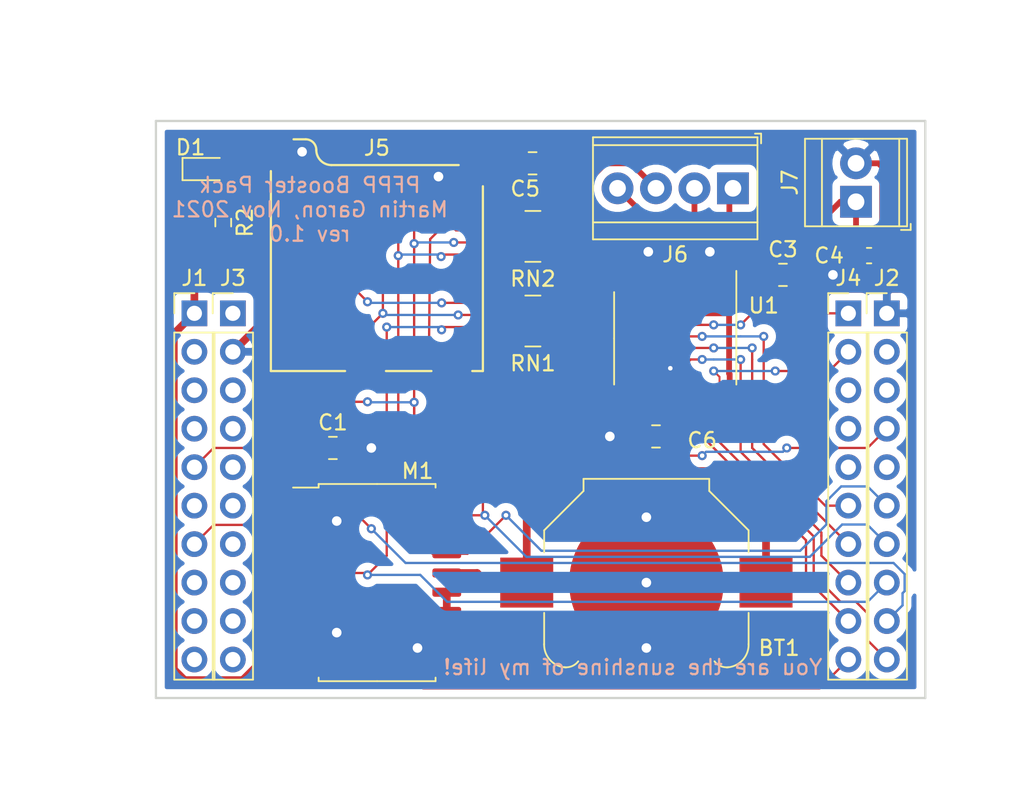
<source format=kicad_pcb>
(kicad_pcb (version 20221018) (generator pcbnew)
  (layers (0 "F.Cu" signal) (31 "B.Cu" signal) (34 "B.Paste" user) (35 "F.Paste" user) (36 "B.SilkS" user "B.Silkscreen") (37 "F.SilkS" user "F.Silkscreen") (38 "B.Mask" user) (39 "F.Mask" user) (44 "Edge.Cuts" user))
  (net 0 "")
  (net 1 "GND")
  (net 2 "Net-(J1-Pad2)")
  (net 3 "Net-(J1-Pad3)")
  (net 4 "Net-(J1-Pad4)")
  (net 5 "Net-(J1-Pad6)")
  (net 6 "Net-(J1-Pad8)")
  (net 7 "Net-(J1-Pad9)")
  (net 8 "Net-(J1-Pad10)")
  (net 9 "Net-(J2-Pad5)")
  (net 10 "Net-(J2-Pad3)")
  (net 11 "Net-(J2-Pad2)")
  (net 12 "Net-(J3-Pad3)")
  (net 13 "Net-(J3-Pad4)")
  (net 14 "Net-(J3-Pad5)")
  (net 15 "Net-(J3-Pad6)")
  (net 16 "Net-(J3-Pad7)")
  (net 17 "Net-(J3-Pad8)")
  (net 18 "Net-(J3-Pad9)")
  (net 19 "Net-(J3-Pad10)")
  (net 20 "Net-(J4-Pad5)")
  (net 21 "Net-(J4-Pad4)")
  (net 22 "Net-(J4-Pad3)")
  (net 23 "/RTCC_VBAT")
  (net 24 "+3V3")
  (net 25 "/VM")
  (net 26 "Net-(D1-Pad2)")
  (net 27 "/SPI_SDC_CSn")
  (net 28 "/SPI_CLK")
  (net 29 "/RTCC_INTn")
  (net 30 "/SPI_RTCC_CSn")
  (net 31 "/RTCC_RST")
  (net 32 "/SPI_MISO")
  (net 33 "/SPI_MOSI")
  (net 34 "/SD_DET")
  (net 35 "Net-(J3-Pad1)")
  (net 36 "/STBYn")
  (net 37 "/BIN2")
  (net 38 "/BIN1")
  (net 39 "/AIN2")
  (net 40 "/AIN1")
  (net 41 "/PWMB")
  (net 42 "/PWMA")
  (net 43 "/SD_DAT2")
  (net 44 "/SD_DAT1")
  (net 45 "/AO1")
  (net 46 "Net-(M1-Pad3)")
  (net 47 "Net-(J5-Pad10)")
  (net 48 "/AO2")
  (net 49 "/BO1")
  (net 50 "/BO2")
  (footprint "Connector_PinHeader_2.54mm:PinHeader_1x10_P2.54mm_Vertical" (layer "F.Cu") (at 231.14 121.92)
    (fp_text reference "J2")
    (fp_text value "TI_BOOSTER_40_J2")
  )
  (footprint "Connector_PinHeader_2.54mm:PinHeader_1x10_P2.54mm_Vertical" (layer "F.Cu") (at 228.6 121.92)
    (fp_text reference "J4")
    (fp_text value "TI_BOOSTER_40_J4")
  )
  (footprint "Connector_PinHeader_2.54mm:PinHeader_1x10_P2.54mm_Vertical" (layer "F.Cu") (at 187.96 121.92)
    (fp_text reference "J3")
    (fp_text value "TI_BOOSTER_40_J3")
  )
  (footprint "Connector_PinHeader_2.54mm:PinHeader_1x10_P2.54mm_Vertical" (layer "F.Cu") (at 185.42 121.92)
    (fp_text reference "J1")
    (fp_text value "TI_BOOSTER_40_J1")
  )
  (footprint "Capacitor_SMD:C_0805_2012Metric_Pad1.18x1.45mm_HandSolder" (layer "F.Cu") (at 224.282 119.38)
    (fp_text reference "C3")
    (fp_text value "22uF/20V")
  )
  (footprint "Capacitor_SMD:C_0603_1608Metric_Pad1.08x0.95mm_HandSolder" (layer "F.Cu") (at 229.9705 118.11)
    (fp_text reference "C4")
    (fp_text value "0.1uF")
  )
  (footprint "Capacitor_SMD:C_0805_2012Metric_Pad1.18x1.45mm_HandSolder" (layer "F.Cu") (at 207.7505 112.014 180)
    (fp_text reference "C5")
    (fp_text value "22uF/10V")
  )
  (footprint "Capacitor_SMD:C_0805_2012Metric_Pad1.18x1.45mm_HandSolder" (layer "F.Cu") (at 215.9 130.048 180)
    (fp_text reference "C6")
    (fp_text value "22uF/10V")
  )
  (footprint "LED_SMD:LED_0603_1608Metric_Pad1.05x0.95mm_HandSolder" (layer "F.Cu") (at 186.295 112.395)
    (fp_text reference "D1")
    (fp_text value "PWR")
  )
  (footprint "SparkFun-Footprints:SF-MICRO-SD-PFPP" (layer "F.Cu") (at 204.47 125.73)
    (fp_text reference "J5")
    (fp_text value "Micro_SD_Card_Det")
  )
  (footprint "TerminalBlock_TE-Connectivity:TerminalBlock_TE_282834-2_1x02_P2.54mm_Horizontal" (layer "F.Cu") (at 229.108 114.554 90)
    (fp_text reference "J7")
    (fp_text value "Screw_Terminal_01x02")
  )
  (footprint "Package_SO:SOP-20_7.5x12.8mm_P1.27mm" (layer "F.Cu") (at 197.485 139.7)
    (fp_text reference "M1")
    (fp_text value "DS3234")
  )
  (footprint "Resistor_SMD:R_0603_1608Metric_Pad0.98x0.95mm_HandSolder" (layer "F.Cu") (at 187.325 115.9275 -90)
    (fp_text reference "R2")
    (fp_text value "470")
  )
  (footprint "Resistor_SMD:R_Array_Convex_4x0603" (layer "F.Cu") (at 207.772 116.84 180)
    (fp_text reference "RN2")
    (fp_text value "47K")
  )
  (footprint "Battery:BatteryHolder_Keystone_3000_1x12mm" (layer "F.Cu") (at 215.265 139.7)
    (fp_text reference "BT1")
    (fp_text value " 3.3V CR1225")
  )
  (footprint "Resistor_SMD:R_Array_Convex_4x0603" (layer "F.Cu") (at 207.772 122.428 180)
    (fp_text reference "RN1")
    (fp_text value "47K")
  )
  (footprint "TerminalBlock_TE-Connectivity:TerminalBlock_TE_282834-4_1x04_P2.54mm_Horizontal" (layer "F.Cu") (at 220.98 113.665 180)
    (fp_text reference "J6")
    (fp_text value "Screw_Terminal_01x04")
  )
  (footprint "Capacitor_SMD:C_0805_2012Metric_Pad1.18x1.45mm_HandSolder" (layer "F.Cu") (at 194.564 130.81)
    (fp_text reference "C1")
    (fp_text value "22uF/10V")
  )
  (footprint "Package_SO:TSSOP-24_6.1x7.8mm_P0.65mm" (layer "F.Cu") (at 217.17 123.571 -90)
    (fp_text reference "U1")
    (fp_text value "TB6612FNG")
  )
  (gr_line (start 182.88 147.32) (end 182.88 109.22) (stroke (width 0.14986)) (layer "Edge.Cuts"))
  (gr_line (start 233.68 147.32) (end 182.88 147.32) (stroke (width 0.15)) (layer "Edge.Cuts"))
  (gr_line (start 182.88 109.22) (end 233.68 109.22) (stroke (width 0.15)) (layer "Edge.Cuts"))
  (gr_line (start 233.68 109.22) (end 233.68 147.32) (stroke (width 0.14986)) (layer "Edge.Cuts"))
  (gr_text "You are the sunshine of my life!" (at 214.376 145.288) (layer "B.SilkS") (effects (font (size 1 1)) (justify mirror)))
  (gr_text "PFPP Booster Pack\nMartin Garon, Nov 2021\nrev 1.0" (at 193.04 115.062) (layer "B.SilkS") (effects (font (size 1 1)) (justify mirror)))
  (segment (start 201.03 113.4) (end 201.03 113.4) (width 0.508) (layer "F.Cu") (net 1))
  (segment (start 219.445 118.248) (end 219.445 118.248) (width 0.381) (layer "F.Cu") (net 1))
  (segment (start 216.845 125.547) (end 216.845 125.547) (width 0.381) (layer "F.Cu") (net 1))
  (segment (start 190.87 111.18) (end 192.46 111.18) (width 0.508) (layer "F.Cu") (net 1))
  (segment (start 192.885 142.875) (end 194.690992 142.875) (width 0.381) (layer "F.Cu") (net 1))
  (segment (start 225.3195 119.38) (end 229.563 119.38) (width 0.381) (layer "F.Cu") (net 1))
  (segment (start 192.885 145.415) (end 192.885 144.145) (width 0.508) (layer "F.Cu") (net 1))
  (segment (start 202.085 141.605) (end 202.085 140.335) (width 0.508) (layer "F.Cu") (net 1))
  (segment (start 230.592924 112.014) (end 230.833 112.254076) (width 0.381) (layer "F.Cu") (net 1))
  (segment (start 204.02 112.18) (end 206.547 112.18) (width 0.508) (layer "F.Cu") (net 1))
  (segment (start 202.085 145.415) (end 202.085 144.145) (width 0.508) (layer "F.Cu") (net 1))
  (segment (start 189.992 122.428) (end 189.992 119.507) (width 0.508) (layer "F.Cu") (net 1))
  (segment (start 195.753001 130.961501) (end 195.6015 130.81) (width 0.508) (layer "F.Cu") (net 1))
  (segment (start 202.085 144.145) (end 202.085 142.875) (width 0.508) (layer "F.Cu") (net 1))
  (segment (start 214.8625 130.048) (end 212.852 130.048) (width 0.381) (layer "F.Cu") (net 1))
  (segment (start 216.845 127.171) (end 216.845 125.547) (width 0.381) (layer "F.Cu") (net 1))
  (segment (start 219.445 119.971) (end 218.795 119.971) (width 0.381) (layer "F.Cu") (net 1))
  (segment (start 215.545 118.009004) (end 215.391996 117.856) (width 0.381) (layer "F.Cu") (net 1))
  (segment (start 231.14 121.819) (end 231.14 121.92) (width 0.508) (layer "F.Cu") (net 1))
  (segment (start 192.885 142.875) (end 192.885 141.605) (width 0.508) (layer "F.Cu") (net 1))
  (segment (start 202.25 112.18) (end 201.538 112.892) (width 0.508) (layer "F.Cu") (net 1))
  (segment (start 230.833 112.254076) (end 230.833 118.11) (width 0.381) (layer "F.Cu") (net 1))
  (segment (start 187.96 124.46) (end 189.992 122.428) (width 0.508) (layer "F.Cu") (net 1))
  (segment (start 189.992 119.507) (end 187.325 116.84) (width 0.508) (layer "F.Cu") (net 1))
  (segment (start 219.445 119.971) (end 219.445 118.248) (width 0.381) (layer "F.Cu") (net 1))
  (segment (start 215.545 119.971) (end 215.545 118.009004) (width 0.381) (layer "F.Cu") (net 1))
  (segment (start 204.02 112.18) (end 202.25 112.18) (width 0.508) (layer "F.Cu") (net 1))
  (segment (start 229.108 112.014) (end 230.592924 112.014) (width 0.381) (layer "F.Cu") (net 1))
  (segment (start 206.547 112.18) (end 206.713 112.014) (width 0.508) (layer "F.Cu") (net 1))
  (segment (start 192.885 135.255) (end 194.437 135.255) (width 0.381) (layer "F.Cu") (net 1))
  (segment (start 201.03 113.4) (end 201.538 112.892) (width 0.508) (layer "F.Cu") (net 1))
  (segment (start 200.278998 144.145) (end 200.152 144.018002) (width 0.381) (layer "F.Cu") (net 1))
  (segment (start 194.690992 142.875) (end 194.818 143.002008) (width 0.381) (layer "F.Cu") (net 1))
  (segment (start 229.563 119.38) (end 230.833 118.11) (width 0.381) (layer "F.Cu") (net 1))
  (segment (start 214.895 119.8585) (end 215.545 119.8585) (width 0.381) (layer "F.Cu") (net 1))
  (segment (start 231.14 118.417) (end 230.833 118.11) (width 0.381) (layer "F.Cu") (net 1))
  (segment (start 201.03 114.83) (end 201.03 113.4) (width 0.508) (layer "F.Cu") (net 1))
  (segment (start 231.14 121.92) (end 231.14 118.417) (width 0.381) (layer "F.Cu") (net 1))
  (segment (start 202.085 142.875) (end 202.085 141.605) (width 0.508) (layer "F.Cu") (net 1))
  (segment (start 192.885 144.145) (end 192.885 142.875) (width 0.508) (layer "F.Cu") (net 1))
  (segment (start 202.085 144.145) (end 200.278998 144.145) (width 0.381) (layer "F.Cu") (net 1))
  (segment (start 194.437 135.255) (end 194.818 135.636) (width 0.381) (layer "F.Cu") (net 1))
  (segment (start 195.6015 130.81) (end 197.104 130.81) (width 0.381) (layer "F.Cu") (net 1))
  (via (at 197.104 130.81) (size 0.889) (drill 0.635) (layers "F.Cu" "B.Cu") (net 1))
  (via (at 219.456 117.856) (size 0.889) (drill 0.635) (layers "F.Cu" "B.Cu") (net 1))
  (via (at 215.265 144.018) (size 0.889) (drill 0.635) (layers "F.Cu" "B.Cu") (net 1))
  (via (at 215.265 135.382) (size 0.889) (drill 0.635) (layers "F.Cu" "B.Cu") (net 1))
  (via (at 227.584 119.38) (size 0.889) (drill 0.635) (layers "F.Cu" "B.Cu") (net 1))
  (via (at 212.852 130.048) (size 0.889) (drill 0.635) (layers "F.Cu" "B.Cu") (net 1))
  (via (at 194.818 135.636) (size 0.889) (drill 0.635) (layers "F.Cu" "B.Cu") (net 1))
  (via (at 216.845 125.547) (size 0.6) (drill 0.3) (layers "F.Cu" "B.Cu") (net 1))
  (via (at 194.818 143.002008) (size 0.889) (drill 0.635) (layers "F.Cu" "B.Cu") (net 1))
  (via (at 200.152 144.018002) (size 0.889) (drill 0.635) (layers "F.Cu" "B.Cu") (net 1))
  (via (at 201.538 112.892) (size 0.889) (drill 0.635) (layers "F.Cu" "B.Cu") (net 1))
  (via (at 215.391996 117.856) (size 0.889) (drill 0.635) (layers "F.Cu" "B.Cu") (net 1))
  (via (at 215.265 139.7) (size 0.889) (drill 0.635) (layers "F.Cu" "B.Cu") (net 1))
  (via (at 192.532 111.252) (size 0.889) (drill 0.635) (layers "F.Cu" "B.Cu") (net 1))
  (segment (start 204.089 139.065) (end 204.724 139.7) (width 0.508) (layer "F.Cu") (net 23))
  (segment (start 207.365 135.535) (end 207.365 139.7) (width 0.508) (layer "F.Cu") (net 23))
  (segment (start 223.165 135.535) (end 219.964 132.334) (width 0.508) (layer "F.Cu") (net 23))
  (segment (start 210.566 132.334) (end 207.365 135.535) (width 0.508) (layer "F.Cu") (net 23))
  (segment (start 219.964 132.334) (end 210.566 132.334) (width 0.508) (layer "F.Cu") (net 23))
  (segment (start 204.724 139.7) (end 207.365 139.7) (width 0.508) (layer "F.Cu") (net 23))
  (segment (start 223.165 139.7) (end 223.165 135.535) (width 0.508) (layer "F.Cu") (net 23))
  (segment (start 202.085 139.065) (end 204.089 139.065) (width 0.508) (layer "F.Cu") (net 23))
  (segment (start 216.9375 130.048) (end 218.145 128.8405) (width 0.381) (layer "F.Cu") (net 24))
  (segment (start 192.805452 137.874548) (end 192.885 137.795) (width 0.508) (layer "F.Cu") (net 24))
  (segment (start 190.5 144.249842) (end 190.5 137.874548) (width 0.508) (layer "F.Cu") (net 24))
  (segment (start 208.672 122.028) (end 208.672 122.828) (width 0.381) (layer "F.Cu") (net 24))
  (segment (start 212.852 128.778) (end 215.6675 128.778) (width 0.381) (layer "F.Cu") (net 24))
  (segment (start 198.83 114.83) (end 198.83 113.572) (width 0.508) (layer "F.Cu") (net 24))
  (segment (start 184.061999 123.278001) (end 184.061999 145.431841) (width 0.508) (layer "F.Cu") (net 24))
  (segment (start 215.6675 128.778) (end 216.9375 130.048) (width 0.381) (layer "F.Cu") (net 24))
  (segment (start 185.42 112.395) (end 186.563 111.252) (width 0.508) (layer "F.Cu") (net 24))
  (segment (start 208.788 112.014) (end 208.788 115.524) (width 0.508) (layer "F.Cu") (net 24))
  (segment (start 186.563 111.252) (end 187.96 111.252) (width 0.508) (layer "F.Cu") (net 24))
  (segment (start 208.672 122.828) (end 208.672 123.628) (width 0.381) (layer "F.Cu") (net 24))
  (segment (start 187.96 111.252) (end 189.484 112.776) (width 0.508) (layer "F.Cu") (net 24))
  (segment (start 208.672 115.64) (end 208.672 116.44) (width 0.381) (layer "F.Cu") (net 24))
  (segment (start 207.772 110.49) (end 208.788 111.506) (width 0.508) (layer "F.Cu") (net 24))
  (segment (start 190.5 137.874548) (end 192.805452 137.874548) (width 0.508) (layer "F.Cu") (net 24))
  (segment (start 208.672 116.44) (end 208.672 117.24) (width 0.381) (layer "F.Cu") (net 24))
  (segment (start 208.672 121.228) (end 208.672 122.028) (width 0.381) (layer "F.Cu") (net 24))
  (segment (start 184.768159 146.138001) (end 188.611841 146.138001) (width 0.508) (layer "F.Cu") (net 24))
  (segment (start 201.912 110.49) (end 207.772 110.49) (width 0.508) (layer "F.Cu") (net 24))
  (segment (start 185.42 121.92) (end 184.061999 123.278001) (width 0.508) (layer "F.Cu") (net 24))
  (segment (start 208.672 123.628) (end 208.672 124.598) (width 0.381) (layer "F.Cu") (net 24))
  (segment (start 208.672 118.04) (end 208.672 121.228) (width 0.381) (layer "F.Cu") (net 24))
  (segment (start 208.672 124.598) (end 212.852 128.778) (width 0.381) (layer "F.Cu") (net 24))
  (segment (start 218.145 128.8405) (end 218.145 127.171) (width 0.381) (layer "F.Cu") (net 24))
  (segment (start 208.788 115.524) (end 208.672 115.64) (width 0.508) (layer "F.Cu") (net 24))
  (segment (start 208.672 117.24) (end 208.672 118.04) (width 0.381) (layer "F.Cu") (net 24))
  (segment (start 188.611841 146.138001) (end 190.5 144.249842) (width 0.508) (layer "F.Cu") (net 24))
  (segment (start 190.5 137.874548) (end 190.5 133.8365) (width 0.508) (layer "F.Cu") (net 24))
  (segment (start 190.5 133.8365) (end 193.5265 130.81) (width 0.508) (layer "F.Cu") (net 24))
  (segment (start 185.42 121.92) (end 185.18649 121.68649) (width 0.254) (layer "F.Cu") (net 24))
  (segment (start 185.42 121.92) (end 185.42 112.395) (width 0.508) (layer "F.Cu") (net 24))
  (segment (start 192.274432 137.795) (end 192.885 137.795) (width 0.508) (layer "F.Cu") (net 24))
  (segment (start 208.788 111.506) (end 208.788 112.014) (width 0.508) (layer "F.Cu") (net 24))
  (segment (start 189.484 112.776) (end 198.034 112.776) (width 0.508) (layer "F.Cu") (net 24))
  (segment (start 198.83 113.572) (end 201.912 110.49) (width 0.508) (layer "F.Cu") (net 24))
  (segment (start 198.034 112.776) (end 198.83 113.572) (width 0.508) (layer "F.Cu") (net 24))
  (segment (start 184.061999 145.431841) (end 184.768159 146.138001) (width 0.508) (layer "F.Cu") (net 24))
  (segment (start 229.108 114.554) (end 229.108 114.7865) (width 0.508) (layer "F.Cu") (net 25))
  (segment (start 220.764501 125.940399) (end 220.764501 127.171) (width 0.381) (layer "F.Cu") (net 25))
  (segment (start 223.2445 119.38) (end 228.0705 114.554) (width 0.381) (layer "F.Cu") (net 25))
  (segment (start 213.595 123.463) (end 215.138 121.92) (width 0.381) (layer "F.Cu") (net 25))
  (segment (start 220.726 125.901898) (end 220.764501 125.940399) (width 0.381) (layer "F.Cu") (net 25))
  (segment (start 220.726 121.92) (end 220.726 121.8985) (width 0.381) (layer "F.Cu") (net 25))
  (segment (start 213.595 127.171) (end 213.595 123.463) (width 0.381) (layer "F.Cu") (net 25))
  (segment (start 220.726 121.92) (end 220.726 125.901898) (width 0.381) (layer "F.Cu") (net 25))
  (segment (start 229.108 114.554) (end 229.108 118.11) (width 0.381) (layer "F.Cu") (net 25))
  (segment (start 215.138 121.92) (end 220.726 121.92) (width 0.381) (layer "F.Cu") (net 25))
  (segment (start 213.595 127.171) (end 214.161999 127.171) (width 0.508) (layer "F.Cu") (net 25))
  (segment (start 228.0705 114.554) (end 229.108 114.554) (width 0.381) (layer "F.Cu") (net 25))
  (segment (start 220.726 121.8985) (end 223.2445 119.38) (width 0.381) (layer "F.Cu") (net 25))
  (segment (start 187.17 114.86) (end 187.325 115.015) (width 0.508) (layer "F.Cu") (net 26))
  (segment (start 187.325 112.55) (end 187.17 112.395) (width 0.127) (layer "F.Cu") (net 26))
  (segment (start 187.17 112.395) (end 187.17 114.86) (width 0.508) (layer "F.Cu") (net 26))
  (segment (start 197.866 121.158) (end 197.866 121.158) (width 0.127) (layer "F.Cu") (net 27))
  (segment (start 197.866 119.126) (end 197.866 121.92) (width 0.153) (layer "F.Cu") (net 27))
  (segment (start 196.63 117.89) (end 197.866 119.126) (width 0.153) (layer "F.Cu") (net 27))
  (segment (start 202.838008 122.028) (end 202.838004 122.027996) (width 0.153) (layer "F.Cu") (net 27))
  (segment (start 196.63 115.43) (end 196.63 117.89) (width 0.153) (layer "F.Cu") (net 27))
  (segment (start 188.976 130.81) (end 186.69 130.81) (width 0.153) (layer "F.Cu") (net 27))
  (segment (start 206.872 122.028) (end 202.838008 122.028) (width 0.153) (layer "F.Cu") (net 27))
  (segment (start 197.866 121.92) (end 188.976 130.81) (width 0.153) (layer "F.Cu") (net 27))
  (segment (start 186.69 130.81) (end 185.42 132.08) (width 0.153) (layer "F.Cu") (net 27))
  (via (at 202.838004 122.027996) (size 0.6) (drill 0.3) (layers "F.Cu" "B.Cu") (net 27))
  (via (at 197.866 121.92) (size 0.6) (drill 0.3) (layers "F.Cu" "B.Cu") (net 27))
  (segment (start 202.838 122.028) (end 202.838004 122.027996) (width 0.153) (layer "B.Cu") (net 27))
  (segment (start 197.974 122.028) (end 197.866 121.92) (width 0.127) (layer "B.Cu") (net 27))
  (segment (start 197.974 122.028) (end 202.838 122.028) (width 0.153) (layer "B.Cu") (net 27))
  (segment (start 199.93 117.316) (end 199.93 129.064) (width 0.153) (layer "F.Cu") (net 28))
  (segment (start 201.135 133.985) (end 202.085 133.985) (width 0.127) (layer "F.Cu") (net 28))
  (segment (start 188.722 135.89) (end 189.484 135.128) (width 0.153) (layer "F.Cu") (net 28))
  (segment (start 189.484 131.826) (end 193.548 127.762) (width 0.153) (layer "F.Cu") (net 28))
  (segment (start 202.085 136.525) (end 201.041 136.525) (width 0.127) (layer "F.Cu") (net 28))
  (segment (start 199.93 129.064) (end 199.93 130.334) (width 0.153) (layer "F.Cu") (net 28))
  (segment (start 206.872 117.24) (end 202.546 117.24) (width 0.153) (layer "F.Cu") (net 28))
  (segment (start 201.041 136.525) (end 200.406 135.89) (width 0.153) (layer "F.Cu") (net 28))
  (segment (start 193.548 127.762) (end 196.85 127.762) (width 0.153) (layer "F.Cu") (net 28))
  (segment (start 200.406 135.89) (end 200.406 134.714) (width 0.153) (layer "F.Cu") (net 28))
  (segment (start 202.085 132.489) (end 202.085 133.985) (width 0.153) (layer "F.Cu") (net 28))
  (segment (start 186.69 135.89) (end 188.722 135.89) (width 0.153) (layer "F.Cu") (net 28))
  (segment (start 199.906501 129.087499) (end 199.906501 129.087499) (width 0.127) (layer "F.Cu") (net 28))
  (segment (start 199.93 115.03) (end 199.93 117.316) (width 0.153) (layer "F.Cu") (net 28))
  (segment (start 199.93 130.334) (end 202.085 132.489) (width 0.153) (layer "F.Cu") (net 28))
  (segment (start 199.93 129.064) (end 199.93 127.794) (width 0.153) (layer "F.Cu") (net 28))
  (segment (start 200.406 134.714) (end 201.135 133.985) (width 0.153) (layer "F.Cu") (net 28))
  (segment (start 189.484 135.128) (end 189.484 131.826) (width 0.153) (layer "F.Cu") (net 28))
  (segment (start 199.906501 129.087499) (end 199.93 129.064) (width 0.127) (layer "F.Cu") (net 28))
  (segment (start 185.42 137.16) (end 186.69 135.89) (width 0.153) (layer "F.Cu") (net 28))
  (via (at 199.93 127.794) (size 0.6) (drill 0.3) (layers "F.Cu" "B.Cu") (net 28))
  (via (at 199.93 117.316) (size 0.6) (drill 0.3) (layers "F.Cu" "B.Cu") (net 28))
  (via (at 202.546 117.24) (size 0.6) (drill 0.3) (layers "F.Cu" "B.Cu") (net 28))
  (via (at 196.85 127.762) (size 0.6) (drill 0.3) (layers "F.Cu" "B.Cu") (net 28))
  (segment (start 196.882 127.794) (end 196.85 127.762) (width 0.127) (layer "B.Cu") (net 28))
  (segment (start 200.006 117.24) (end 199.93 117.316) (width 0.127) (layer "B.Cu") (net 28))
  (segment (start 199.93 127.794) (end 196.882 127.794) (width 0.153) (layer "B.Cu") (net 28))
  (segment (start 200.006 117.24) (end 202.546 117.24) (width 0.153) (layer "B.Cu") (net 28))
  (segment (start 194.945 139.065) (end 194.945 139.065) (width 0.127) (layer "F.Cu") (net 29))
  (segment (start 201.784 122.828) (end 201.784 122.828) (width 0.127) (layer "F.Cu") (net 29))
  (segment (start 196.85 139.192) (end 196.85 139.192) (width 0.127) (layer "F.Cu") (net 29))
  (segment (start 196.85 139.192) (end 198.120002 137.921998) (width 0.153) (layer "F.Cu") (net 29))
  (segment (start 192.885 139.065) (end 196.723 139.065) (width 0.153) (layer "F.Cu") (net 29))
  (segment (start 201.923425 122.828) (end 201.74393 123.007495) (width 0.153) (layer "F.Cu") (net 29))
  (segment (start 196.723 139.065) (end 196.85 139.192) (width 0.127) (layer "F.Cu") (net 29))
  (segment (start 198.120002 137.921998) (end 198.120002 122.828) (width 0.153) (layer "F.Cu") (net 29))
  (segment (start 206.872 122.828) (end 201.923425 122.828) (width 0.153) (layer "F.Cu") (net 29))
  (via (at 196.85 139.192) (size 0.6) (drill 0.3) (layers "F.Cu" "B.Cu") (net 29))
  (via (at 201.74393 123.007495) (size 0.6) (drill 0.3) (layers "F.Cu" "B.Cu") (net 29))
  (via (at 198.120002 122.828) (size 0.6) (drill 0.3) (layers "F.Cu" "B.Cu") (net 29))
  (segment (start 197.974 122.828) (end 197.974 122.828) (width 0.127) (layer "B.Cu") (net 29))
  (segment (start 229.87 140.97) (end 202.113002 140.97) (width 0.153) (layer "B.Cu") (net 29))
  (segment (start 202.113002 140.97) (end 200.335002 139.192) (width 0.153) (layer "B.Cu") (net 29))
  (segment (start 196.723 139.065) (end 196.85 139.192) (width 0.127) (layer "B.Cu") (net 29))
  (segment (start 200.335002 139.192) (end 196.85 139.192) (width 0.153) (layer "B.Cu") (net 29))
  (segment (start 231.14 139.7) (end 229.87 140.97) (width 0.153) (layer "B.Cu") (net 29))
  (segment (start 198.120002 122.828) (end 201.564435 122.828) (width 0.153) (layer "B.Cu") (net 29))
  (segment (start 201.564435 122.828) (end 201.74393 123.007495) (width 0.153) (layer "B.Cu") (net 29))
  (segment (start 194.945 133.985) (end 194.945 133.985) (width 0.127) (layer "F.Cu") (net 30))
  (segment (start 192.885 133.985) (end 194.945 133.985) (width 0.153) (layer "F.Cu") (net 30))
  (segment (start 197.103994 136.143994) (end 197.103994 136.144) (width 0.127) (layer "F.Cu") (net 30))
  (segment (start 194.945 133.985) (end 197.103994 136.143994) (width 0.153) (layer "F.Cu") (net 30))
  (via (at 197.103994 136.144) (size 0.6) (drill 0.3) (layers "F.Cu" "B.Cu") (net 30))
  (segment (start 231.14 142.24) (end 232.180501 141.199499) (width 0.153) (layer "B.Cu") (net 30))
  (segment (start 232.316501 139.135279) (end 231.585822 138.4046) (width 0.153) (layer "B.Cu") (net 30))
  (segment (start 232.316501 140.264721) (end 232.316501 139.135279) (width 0.153) (layer "B.Cu") (net 30))
  (segment (start 232.180501 140.400721) (end 232.316501 140.264721) (width 0.153) (layer "B.Cu") (net 30))
  (segment (start 199.364594 138.4046) (end 197.103994 136.144) (width 0.153) (layer "B.Cu") (net 30))
  (segment (start 231.585822 138.4046) (end 199.364594 138.4046) (width 0.153) (layer "B.Cu") (net 30))
  (segment (start 232.180501 141.199499) (end 232.180501 140.400721) (width 0.153) (layer "B.Cu") (net 30))
  (segment (start 200.533 146.685) (end 226.695 146.685) (width 0.153) (layer "F.Cu") (net 31))
  (segment (start 192.885 140.335) (end 194.183 140.335) (width 0.153) (layer "F.Cu") (net 31))
  (segment (start 194.183 140.335) (end 200.533 146.685) (width 0.153) (layer "F.Cu") (net 31))
  (segment (start 226.695 146.685) (end 228.6 144.78) (width 0.153) (layer "F.Cu") (net 31))
  (segment (start 202.692 116.44) (end 202.13 115.878) (width 0.153) (layer "F.Cu") (net 32))
  (segment (start 206.872 116.44) (end 202.692 116.44) (width 0.153) (layer "F.Cu") (net 32))
  (segment (start 200.987 117.021) (end 202.13 115.878) (width 0.153) (layer "F.Cu") (net 32))
  (segment (start 204.47 135.128) (end 204.597 135.255) (width 0.127) (layer "F.Cu") (net 32))
  (segment (start 200.914 125.73) (end 200.914 126.746) (width 0.153) (layer "F.Cu") (net 32))
  (segment (start 202.13 114.745) (end 202.13 114.395) (width 0.127) (layer "F.Cu") (net 32))
  (segment (start 204.47 130.302) (end 204.47 135.128) (width 0.153) (layer "F.Cu") (net 32))
  (segment (start 200.914 123.952) (end 200.987 117.021) (width 0.153) (layer "F.Cu") (net 32))
  (segment (start 203.035 135.255) (end 202.085 135.255) (width 0.127) (layer "F.Cu") (net 32))
  (segment (start 202.13 115.878) (end 202.13 115.03) (width 0.153) (layer "F.Cu") (net 32))
  (segment (start 200.914 125.816902) (end 200.914 125.73) (width 0.127) (layer "F.Cu") (net 32))
  (segment (start 200.914 125.73) (end 200.914 123.952) (width 0.153) (layer "F.Cu") (net 32))
  (segment (start 200.914 126.746) (end 204.47 130.302) (width 0.153) (layer "F.Cu") (net 32))
  (segment (start 202.085 135.255) (end 204.597 135.255) (width 0.153) (layer "F.Cu") (net 32))
  (via (at 204.597 135.255) (size 0.6) (drill 0.3) (layers "F.Cu" "B.Cu") (net 32))
  (segment (start 229.8446 135.8646) (end 228.191802 135.8646) (width 0.153) (layer "B.Cu") (net 32))
  (segment (start 228.191802 135.8646) (end 226.054813 138.001589) (width 0.153) (layer "B.Cu") (net 32))
  (segment (start 231.14 137.16) (end 229.8446 135.8646) (width 0.153) (layer "B.Cu") (net 32))
  (segment (start 207.343589 138.001589) (end 204.597 135.255) (width 0.153) (layer "B.Cu") (net 32))
  (segment (start 226.054813 138.001589) (end 207.343589 138.001589) (width 0.153) (layer "B.Cu") (net 32))
  (segment (start 201.746 118.04) (end 201.746 118.04) (width 0.127) (layer "F.Cu") (net 33))
  (segment (start 198.882 118.11) (end 198.882 135.542) (width 0.153) (layer "F.Cu") (net 33))
  (segment (start 201.843882 118.04) (end 201.710547 118.173335) (width 0.127) (layer "F.Cu") (net 33))
  (segment (start 203.454 137.795) (end 205.994 135.255) (width 0.153) (layer "F.Cu") (net 33))
  (segment (start 197.73 115.03) (end 197.73 115.907) (width 0.153) (layer "F.Cu") (net 33))
  (segment (start 198.882 135.542) (end 201.135 137.795) (width 0.153) (layer "F.Cu") (net 33))
  (segment (start 201.135 137.795) (end 202.085 137.795) (width 0.127) (layer "F.Cu") (net 33))
  (segment (start 202 118.04) (end 201.843882 118.04) (width 0.127) (layer "F.Cu") (net 33))
  (segment (start 202.085 137.795) (end 203.454 137.795) (width 0.153) (layer "F.Cu") (net 33))
  (segment (start 206.872 118.04) (end 202 118.04) (width 0.153) (layer "F.Cu") (net 33))
  (segment (start 197.73 115.907) (end 198.882 117.059) (width 0.153) (layer "F.Cu") (net 33))
  (segment (start 198.882 117.059) (end 198.882 118.11) (width 0.153) (layer "F.Cu") (net 33))
  (via (at 198.882 118.11) (size 0.6) (drill 0.3) (layers "F.Cu" "B.Cu") (net 33))
  (via (at 201.710547 118.173335) (size 0.6) (drill 0.3) (layers "F.Cu" "B.Cu") (net 33))
  (via (at 205.994 135.255) (size 0.6) (drill 0.3) (layers "F.Cu" "B.Cu") (net 33))
  (segment (start 198.952 118.04) (end 198.882 118.11) (width 0.127) (layer "B.Cu") (net 33))
  (segment (start 228.128778 133.35) (end 227.1522 134.326578) (width 0.153) (layer "B.Cu") (net 33))
  (segment (start 208.337578 137.598578) (end 205.994 135.255) (width 0.153) (layer "B.Cu") (net 33))
  (segment (start 227.203 135.763) (end 227.203 135.8138) (width 0.153) (layer "B.Cu") (net 33))
  (segment (start 225.418222 137.598578) (end 208.337578 137.598578) (width 0.153) (layer "B.Cu") (net 33))
  (segment (start 227.1522 134.326578) (end 227.1522 135.8392) (width 0.153) (layer "B.Cu") (net 33))
  (segment (start 201.577212 118.04) (end 201.710547 118.173335) (width 0.153) (layer "B.Cu") (net 33))
  (segment (start 198.952 118.04) (end 201.577212 118.04) (width 0.153) (layer "B.Cu") (net 33))
  (segment (start 229.87 133.35) (end 228.128778 133.35) (width 0.153) (layer "B.Cu") (net 33))
  (segment (start 227.203 135.8138) (end 225.418222 137.598578) (width 0.153) (layer "B.Cu") (net 33))
  (segment (start 231.14 134.62) (end 229.87 133.35) (width 0.153) (layer "B.Cu") (net 33))
  (segment (start 224.536 130.81) (end 224.536 130.810004) (width 0.127) (layer "F.Cu") (net 34))
  (segment (start 202.42 125.33) (end 205.17 125.33) (width 0.153) (layer "F.Cu") (net 34))
  (segment (start 231.14 129.54) (end 229.87 130.81) (width 0.153) (layer "F.Cu") (net 34))
  (segment (start 229.87 130.81) (end 224.536 130.81) (width 0.153) (layer "F.Cu") (net 34))
  (segment (start 211.158006 131.318006) (end 205.17 125.33) (width 0.153) (layer "F.Cu") (net 34))
  (segment (start 218.948 131.318006) (end 211.158006 131.318006) (width 0.153) (layer "F.Cu") (net 34))
  (segment (start 205.17 125.33) (end 206.872 123.628) (width 0.153) (layer "F.Cu") (net 34))
  (via (at 224.536 130.810004) (size 0.6) (drill 0.3) (layers "F.Cu" "B.Cu") (net 34))
  (via (at 218.948 131.318006) (size 0.6) (drill 0.3) (layers "F.Cu" "B.Cu") (net 34))
  (segment (start 219.202006 131.064) (end 218.948 131.318006) (width 0.127) (layer "B.Cu") (net 34))
  (segment (start 224.282004 131.064) (end 224.536 130.810004) (width 0.153) (layer "B.Cu") (net 34))
  (segment (start 219.202006 131.064) (end 224.282004 131.064) (width 0.153) (layer "B.Cu") (net 34))
  (segment (start 217.495 127.171) (end 217.495 125.659) (width 0.153) (layer "F.Cu") (net 36))
  (segment (start 218.186 124.968) (end 218.948 124.968) (width 0.153) (layer "F.Cu") (net 36))
  (segment (start 221.488 131.064) (end 226.822 136.398) (width 0.153) (layer "F.Cu") (net 36))
  (segment (start 228.6 139.7) (end 227.965 139.7) (width 0.254) (layer "F.Cu") (net 36))
  (segment (start 221.488 124.968) (end 221.488 131.064) (width 0.153) (layer "F.Cu") (net 36))
  (segment (start 226.822 137.922) (end 228.6 139.7) (width 0.153) (layer "F.Cu") (net 36))
  (segment (start 226.822 136.559224) (end 226.822 137.922) (width 0.153) (layer "F.Cu") (net 36))
  (segment (start 226.822 136.398) (end 226.822 136.652) (width 0.153) (layer "F.Cu") (net 36))
  (segment (start 217.495 125.659) (end 218.186 124.968) (width 0.153) (layer "F.Cu") (net 36))
  (via (at 218.948 124.968) (size 0.6) (drill 0.3) (layers "F.Cu" "B.Cu") (net 36))
  (via (at 221.488 124.968) (size 0.6) (drill 0.3) (layers "F.Cu" "B.Cu") (net 36))
  (segment (start 221.488 124.968) (end 221.488 124.968) (width 0.127) (layer "B.Cu") (net 36))
  (segment (start 219.71 124.968) (end 221.488 124.968) (width 0.153) (layer "B.Cu") (net 36))
  (segment (start 219.71 124.968) (end 218.948 124.968) (width 0.153) (layer "B.Cu") (net 36))
  (segment (start 227.076 134.62) (end 228.6 134.62) (width 0.153) (layer "F.Cu") (net 37))
  (segment (start 215.545 127.171) (end 215.545 124.815) (width 0.153) (layer "F.Cu") (net 37))
  (segment (start 215.545 124.815) (end 216.916 123.444) (width 0.153) (layer "F.Cu") (net 37))
  (segment (start 216.916 123.444) (end 218.948 123.444) (width 0.153) (layer "F.Cu") (net 37))
  (segment (start 215.545 127.171) (end 215.545 127.963902) (width 0.127) (layer "F.Cu") (net 37))
  (segment (start 228.178 134.62) (end 228.6 134.62) (width 0.127) (layer "F.Cu") (net 37))
  (segment (start 223.012 130.556) (end 227.076 134.62) (width 0.153) (layer "F.Cu") (net 37))
  (segment (start 223.012 124.968) (end 223.012 123.444) (width 0.153) (layer "F.Cu") (net 37))
  (segment (start 223.012 124.968) (end 223.012 130.556) (width 0.153) (layer "F.Cu") (net 37))
  (via (at 218.948 123.444) (size 0.6) (drill 0.3) (layers "F.Cu" "B.Cu") (net 37))
  (via (at 223.012 123.444) (size 0.6) (drill 0.3) (layers "F.Cu" "B.Cu") (net 37))
  (segment (start 221.488 123.444) (end 221.488 123.444) (width 0.127) (layer "B.Cu") (net 37))
  (segment (start 221.488 123.444) (end 223.012 123.444) (width 0.153) (layer "B.Cu") (net 37))
  (segment (start 218.948 123.444) (end 221.488 123.444) (width 0.153) (layer "B.Cu") (net 37))
  (segment (start 219.71 124.206) (end 219.71 124.206) (width 0.127) (layer "F.Cu") (net 38))
  (segment (start 217.17 124.206) (end 219.71 124.206) (width 0.153) (layer "F.Cu") (net 38))
  (segment (start 222.25 130.81) (end 228.6 137.16) (width 0.153) (layer "F.Cu") (net 38))
  (segment (start 222.25 124.968) (end 222.25 124.206) (width 0.153) (layer "F.Cu") (net 38))
  (segment (start 222.25 124.968) (end 222.25 130.81) (width 0.153) (layer "F.Cu") (net 38))
  (segment (start 216.195 125.181) (end 217.17 124.206) (width 0.153) (layer "F.Cu") (net 38))
  (segment (start 216.195 127.171) (end 216.195 125.181) (width 0.153) (layer "F.Cu") (net 38))
  (via (at 222.25 124.206) (size 0.6) (drill 0.3) (layers "F.Cu" "B.Cu") (net 38))
  (via (at 219.71 124.206) (size 0.6) (drill 0.3) (layers "F.Cu" "B.Cu") (net 38))
  (segment (start 221.488 124.206) (end 221.488 124.206) (width 0.127) (layer "B.Cu") (net 38))
  (segment (start 219.71 124.206) (end 222.25 124.206) (width 0.153) (layer "B.Cu") (net 38))
  (segment (start 219.445 127.171) (end 219.445 129.783) (width 0.153) (layer "F.Cu") (net 39))
  (segment (start 226.314 136.652) (end 226.314 139.199971) (width 0.153) (layer "F.Cu") (net 39))
  (segment (start 229.108 140.97) (end 229.87 141.732) (width 0.153) (layer "F.Cu") (net 39))
  (segment (start 229.87 143.51) (end 231.14 144.78) (width 0.153) (layer "F.Cu") (net 39))
  (segment (start 228.084029 140.97) (end 229.108 140.97) (width 0.153) (layer "F.Cu") (net 39))
  (segment (start 219.445 129.783) (end 226.314 136.652) (width 0.153) (layer "F.Cu") (net 39))
  (segment (start 229.87 141.732) (end 229.87 143.51) (width 0.153) (layer "F.Cu") (net 39))
  (segment (start 226.314 139.199971) (end 228.084029 140.97) (width 0.153) (layer "F.Cu") (net 39))
  (segment (start 225.806 136.906) (end 225.806 139.446) (width 0.153) (layer "F.Cu") (net 40))
  (segment (start 225.806 139.446) (end 228.6 142.24) (width 0.153) (layer "F.Cu") (net 40))
  (segment (start 218.795 127.171) (end 218.795 129.895) (width 0.153) (layer "F.Cu") (net 40))
  (segment (start 218.795 129.895) (end 225.806 136.906) (width 0.153) (layer "F.Cu") (net 40))
  (segment (start 221.488 122.682) (end 221.488 122.682) (width 0.127) (layer "F.Cu") (net 41))
  (segment (start 228.467499 122.052501) (end 228.6 121.92) (width 0.127) (layer "F.Cu") (net 41))
  (segment (start 228.6 121.92) (end 222.25 121.92) (width 0.153) (layer "F.Cu") (net 41))
  (segment (start 214.895 124.449) (end 216.662 122.682) (width 0.153) (layer "F.Cu") (net 41))
  (segment (start 222.25 121.92) (end 221.488 122.682) (width 0.153) (layer "F.Cu") (net 41))
  (segment (start 214.895 127.171) (end 214.895 124.449) (width 0.153) (layer "F.Cu") (net 41))
  (segment (start 216.662 122.682) (end 219.71 122.682) (width 0.153) (layer "F.Cu") (net 41))
  (via (at 219.71 122.682) (size 0.6) (drill 0.3) (layers "F.Cu" "B.Cu") (net 41))
  (via (at 221.488 122.682) (size 0.6) (drill 0.3) (layers "F.Cu" "B.Cu") (net 41))
  (segment (start 221.488 122.682) (end 219.71 122.682) (width 0.153) (layer "B.Cu") (net 41))
  (segment (start 219.71 125.73) (end 219.71 125.73) (width 0.127) (layer "F.Cu") (net 42))
  (segment (start 223.774 125.73) (end 227.33 125.73) (width 0.153) (layer "F.Cu") (net 42))
  (segment (start 220.095 126.115) (end 219.71 125.73) (width 0.127) (layer "F.Cu") (net 42))
  (segment (start 227.33 125.73) (end 228.6 124.46) (width 0.153) (layer "F.Cu") (net 42))
  (segment (start 220.095 127.171) (end 220.095 126.115) (width 0.127) (layer "F.Cu") (net 42))
  (via (at 223.774 125.73) (size 0.6) (drill 0.3) (layers "F.Cu" "B.Cu") (net 42))
  (via (at 219.71 125.73) (size 0.6) (drill 0.3) (layers "F.Cu" "B.Cu") (net 42))
  (segment (start 223.774 125.73) (end 223.774 125.73) (width 0.127) (layer "B.Cu") (net 42))
  (segment (start 219.71 125.73) (end 223.774 125.73) (width 0.153) (layer "B.Cu") (net 42))
  (segment (start 201.746 121.228) (end 201.746 121.228) (width 0.127) (layer "F.Cu") (net 43))
  (segment (start 195.53 115.03) (end 195.53 119.838) (width 0.153) (layer "F.Cu") (net 43))
  (segment (start 195.53 119.838) (end 196.85 121.158) (width 0.153) (layer "F.Cu") (net 43))
  (segment (start 206.872 121.228) (end 201.746 121.228) (width 0.153) (layer "F.Cu") (net 43))
  (via (at 196.85 121.158) (size 0.6) (drill 0.3) (layers "F.Cu" "B.Cu") (net 43))
  (via (at 201.746 121.228) (size 0.6) (drill 0.3) (layers "F.Cu" "B.Cu") (net 43))
  (segment (start 201.746 121.228) (end 196.92 121.228) (width 0.153) (layer "B.Cu") (net 43))
  (segment (start 196.92 121.228) (end 196.85 121.158) (width 0.127) (layer "B.Cu") (net 43))
  (segment (start 206.262 115.03) (end 206.872 115.64) (width 0.153) (layer "F.Cu") (net 44))
  (segment (start 203.23 115.54) (end 203.23 114.395) (width 0.127) (layer "F.Cu") (net 44))
  (segment (start 203.23 115.03) (end 206.262 115.03) (width 0.153) (layer "F.Cu") (net 44))
  (segment (start 220.745 119.971) (end 220.745 113.9) (width 0.381) (layer "F.Cu") (net 45))
  (segment (start 220.745 113.9) (end 220.98 113.665) (width 0.381) (layer "F.Cu") (net 45))
  (segment (start 220.095 119.971) (end 220.745 119.971) (width 0.381) (layer "F.Cu") (net 45))
  (segment (start 218.145 119.971) (end 218.145 117.008) (width 0.381) (layer "F.Cu") (net 48))
  (segment (start 218.145 117.008) (end 218.44 116.713) (width 0.381) (layer "F.Cu") (net 48))
  (segment (start 218.145 119.971) (end 217.495 119.971) (width 0.381) (layer "F.Cu") (net 48))
  (segment (start 218.44 116.713) (end 218.44 113.665) (width 0.381) (layer "F.Cu") (net 48))
  (segment (start 214.249 112.014) (end 212.571569 112.014) (width 0.381) (layer "F.Cu") (net 49))
  (segment (start 212.571569 112.014) (end 211.582 113.003569) (width 0.381) (layer "F.Cu") (net 49))
  (segment (start 211.582 117.958) (end 211.992499 118.368499) (width 0.381) (layer "F.Cu") (net 49))
  (segment (start 213.595 119.971) (end 214.245 119.971) (width 0.381) (layer "F.Cu") (net 49))
  (segment (start 215.9 113.665) (end 214.249 112.014) (width 0.381) (layer "F.Cu") (net 49))
  (segment (start 211.582 113.003569) (end 211.582 117.958) (width 0.381) (layer "F.Cu") (net 49))
  (segment (start 211.992499 118.368499) (end 213.595 119.971) (width 0.381) (layer "F.Cu") (net 49))
  (segment (start 216.845 119.971) (end 216.845 117.15) (width 0.381) (layer "F.Cu") (net 50))
  (segment (start 216.195 119.8585) (end 216.845 119.8585) (width 0.381) (layer "F.Cu") (net 50))
  (segment (start 216.845 117.15) (end 213.36 113.665) (width 0.381) (layer "F.Cu") (net 50))
  (zone (net 1) (net_name "GND") (layer "F.Cu") (connect_pads (clearance 0.508)) (min_thickness 0.254) (fill yes (thermal_gap 0.508) (thermal_bridge_width 0.508))
    (polygon (pts (xy 232.156 121.92) (xy 226.06 121.92) (xy 226.06 118.11) (xy 232.156 118.11)))
  )
  (zone (net 1) (net_name "GND") (layer "B.Cu") (connect_pads (clearance 0.508)) (min_thickness 0.254) (fill yes (thermal_gap 0.508) (thermal_bridge_width 0.508))
    (polygon (pts (xy 233.426 147.066) (xy 183.134 147.066) (xy 183.134 109.474) (xy 233.426 109.474)))
  )
)
</source>
